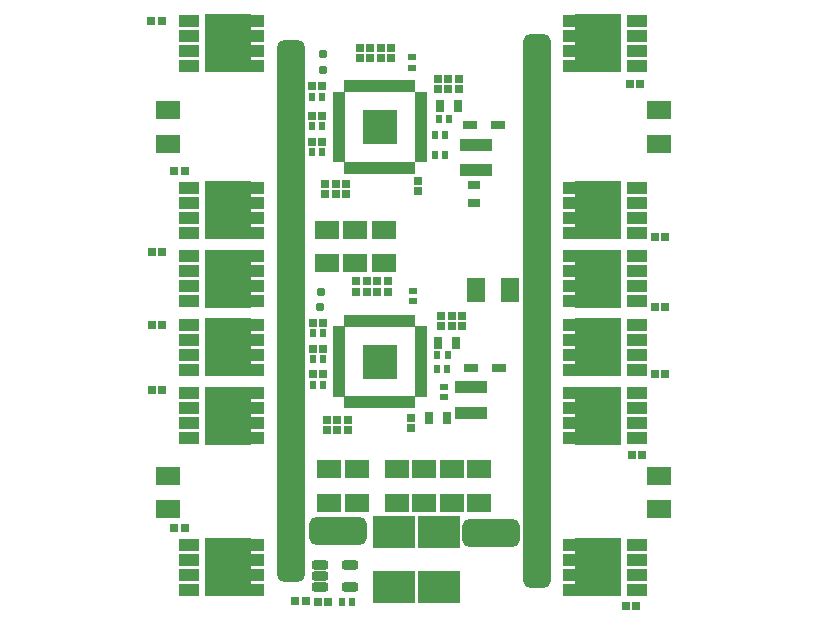
<source format=gbr>
%TF.GenerationSoftware,Altium Limited,Altium Designer,20.2.3 (150)*%
G04 Layer_Color=16711935*
%FSLAX26Y26*%
%MOIN*%
%TF.SameCoordinates,1E0D65CC-F0FE-4DFC-A0D5-6D9DD74121E6*%
%TF.FilePolarity,Negative*%
%TF.FileFunction,Soldermask,Bot*%
%TF.Part,Single*%
G01*
G75*
%TA.AperFunction,SMDPad,CuDef*%
%ADD28R,0.106000X0.039000*%
%ADD59R,0.041465X0.019811*%
%ADD60R,0.019811X0.041465*%
%ADD61R,0.114299X0.114299*%
%TA.AperFunction,SMDPad,SMDef*%
G04:AMPARAMS|DCode=62|XSize=25.496mil|YSize=25.496mil|CornerRadius=4.874mil|HoleSize=0mil|Usage=FLASHONLY|Rotation=90.000|XOffset=0mil|YOffset=0mil|HoleType=Round|Shape=RoundedRectangle|*
%AMROUNDEDRECTD62*
21,1,0.025496,0.015748,0,0,90.0*
21,1,0.015748,0.025496,0,0,90.0*
1,1,0.009748,0.007874,0.007874*
1,1,0.009748,0.007874,-0.007874*
1,1,0.009748,-0.007874,-0.007874*
1,1,0.009748,-0.007874,0.007874*
%
%ADD62ROUNDEDRECTD62*%
G04:AMPARAMS|DCode=63|XSize=92.425mil|YSize=190.85mil|CornerRadius=21.606mil|HoleSize=0mil|Usage=FLASHONLY|Rotation=270.000|XOffset=0mil|YOffset=0mil|HoleType=Round|Shape=RoundedRectangle|*
%AMROUNDEDRECTD63*
21,1,0.092425,0.147638,0,0,270.0*
21,1,0.049213,0.190850,0,0,270.0*
1,1,0.043213,-0.073819,-0.024606*
1,1,0.043213,-0.073819,0.024606*
1,1,0.043213,0.073819,0.024606*
1,1,0.043213,0.073819,-0.024606*
%
%ADD63ROUNDEDRECTD63*%
%TA.AperFunction,SMDPad,CuDef*%
%ADD64R,0.083197X0.061937*%
%ADD65R,0.061937X0.083197*%
%ADD66R,0.024000X0.031622*%
%ADD67R,0.049339X0.027685*%
%ADD68R,0.044614X0.028000*%
%ADD69R,0.031622X0.024000*%
%ADD70R,0.031622X0.029260*%
%ADD71R,0.028000X0.044614*%
%ADD72R,0.029260X0.031622*%
%ADD73R,0.155638X0.193039*%
%ADD74R,0.049339X0.041465*%
%ADD75R,0.065087X0.041465*%
%TA.AperFunction,SMDPad,SMDef*%
G04:AMPARAMS|DCode=76|XSize=92.425mil|YSize=1844.394mil|CornerRadius=21.606mil|HoleSize=0mil|Usage=FLASHONLY|Rotation=0.000|XOffset=0mil|YOffset=0mil|HoleType=Round|Shape=RoundedRectangle|*
%AMROUNDEDRECTD76*
21,1,0.092425,1.801181,0,0,0.0*
21,1,0.049213,1.844394,0,0,0.0*
1,1,0.043213,0.024606,-0.900591*
1,1,0.043213,-0.024606,-0.900591*
1,1,0.043213,-0.024606,0.900591*
1,1,0.043213,0.024606,0.900591*
%
%ADD76ROUNDEDRECTD76*%
%TA.AperFunction,SMDPad,CuDef*%
G04:AMPARAMS|DCode=77|XSize=55.638mil|YSize=31.228mil|CornerRadius=9.807mil|HoleSize=0mil|Usage=FLASHONLY|Rotation=0.000|XOffset=0mil|YOffset=0mil|HoleType=Round|Shape=RoundedRectangle|*
%AMROUNDEDRECTD77*
21,1,0.055638,0.011614,0,0,0.0*
21,1,0.036024,0.031228,0,0,0.0*
1,1,0.019614,0.018012,-0.005807*
1,1,0.019614,-0.018012,-0.005807*
1,1,0.019614,-0.018012,0.005807*
1,1,0.019614,0.018012,0.005807*
%
%ADD77ROUNDEDRECTD77*%
%TA.AperFunction,SMDPad,SMDef*%
G04:AMPARAMS|DCode=78|XSize=92.425mil|YSize=1805.024mil|CornerRadius=21.606mil|HoleSize=0mil|Usage=FLASHONLY|Rotation=0.000|XOffset=0mil|YOffset=0mil|HoleType=Round|Shape=RoundedRectangle|*
%AMROUNDEDRECTD78*
21,1,0.092425,1.761811,0,0,0.0*
21,1,0.049213,1.805024,0,0,0.0*
1,1,0.043213,0.024606,-0.880905*
1,1,0.043213,-0.024606,-0.880905*
1,1,0.043213,-0.024606,0.880905*
1,1,0.043213,0.024606,0.880905*
%
%ADD78ROUNDEDRECTD78*%
%TA.AperFunction,SMDPad,CuDef*%
%ADD79R,0.144220X0.109575*%
D28*
X1378000Y1650000D02*
D03*
Y1736000D02*
D03*
X1362000Y842000D02*
D03*
Y928000D02*
D03*
D59*
X1192827Y1121268D02*
D03*
Y1101583D02*
D03*
Y1081898D02*
D03*
Y1062213D02*
D03*
Y1042528D02*
D03*
Y1022842D02*
D03*
Y1003158D02*
D03*
Y983472D02*
D03*
Y963787D02*
D03*
Y944102D02*
D03*
Y924417D02*
D03*
Y904732D02*
D03*
X921173D02*
D03*
Y924417D02*
D03*
Y944102D02*
D03*
Y963787D02*
D03*
Y983472D02*
D03*
Y1003158D02*
D03*
Y1022842D02*
D03*
Y1042528D02*
D03*
Y1062213D02*
D03*
Y1081898D02*
D03*
Y1101583D02*
D03*
Y1121268D02*
D03*
Y1903094D02*
D03*
Y1883409D02*
D03*
Y1863724D02*
D03*
Y1844039D02*
D03*
Y1824354D02*
D03*
Y1804669D02*
D03*
Y1784984D02*
D03*
Y1765299D02*
D03*
Y1745614D02*
D03*
Y1725929D02*
D03*
Y1706244D02*
D03*
Y1686559D02*
D03*
X1192827D02*
D03*
Y1706244D02*
D03*
Y1725929D02*
D03*
Y1745614D02*
D03*
Y1765299D02*
D03*
Y1784984D02*
D03*
Y1804669D02*
D03*
Y1824354D02*
D03*
Y1844039D02*
D03*
Y1863724D02*
D03*
Y1883409D02*
D03*
Y1903094D02*
D03*
D60*
X1165268Y877173D02*
D03*
X1145583D02*
D03*
X1125898D02*
D03*
X1106213D02*
D03*
X1086528D02*
D03*
X1066842D02*
D03*
X1047158D02*
D03*
X1027472D02*
D03*
X1007787D02*
D03*
X988102D02*
D03*
X968417D02*
D03*
X948732D02*
D03*
Y1148827D02*
D03*
X968417D02*
D03*
X988102D02*
D03*
X1007787D02*
D03*
X1027472D02*
D03*
X1047158D02*
D03*
X1066842D02*
D03*
X1086528D02*
D03*
X1106213D02*
D03*
X1125898D02*
D03*
X1145583D02*
D03*
X1165268D02*
D03*
Y1930654D02*
D03*
X1145583D02*
D03*
X1125898D02*
D03*
X1106213D02*
D03*
X1086528D02*
D03*
X1066842D02*
D03*
X1047158D02*
D03*
X1027472D02*
D03*
X1007787D02*
D03*
X988102D02*
D03*
X968417D02*
D03*
X948732D02*
D03*
Y1659000D02*
D03*
X968417D02*
D03*
X988102D02*
D03*
X1007787D02*
D03*
X1027472D02*
D03*
X1047158D02*
D03*
X1066842D02*
D03*
X1086528D02*
D03*
X1106213D02*
D03*
X1125898D02*
D03*
X1145583D02*
D03*
X1165268D02*
D03*
D61*
X1057000Y1013000D02*
D03*
Y1794827D02*
D03*
D62*
X858000Y1196000D02*
D03*
X861000Y1246000D02*
D03*
X869000Y2037000D02*
D03*
X867000Y1986000D02*
D03*
D63*
X1427000Y441000D02*
D03*
X916000Y447000D02*
D03*
D64*
X1071000Y1340055D02*
D03*
Y1451945D02*
D03*
X887000Y653945D02*
D03*
Y542055D02*
D03*
X975000Y1340055D02*
D03*
Y1451945D02*
D03*
X881000Y1340055D02*
D03*
Y1451945D02*
D03*
X980000Y653945D02*
D03*
Y542055D02*
D03*
X1114000Y653945D02*
D03*
Y542055D02*
D03*
X1205000Y653945D02*
D03*
Y542055D02*
D03*
X1299000Y653945D02*
D03*
Y542055D02*
D03*
X1387000Y653945D02*
D03*
Y542055D02*
D03*
X351000Y1849945D02*
D03*
Y1738055D02*
D03*
X1987000Y1849945D02*
D03*
Y1738055D02*
D03*
Y632945D02*
D03*
Y521055D02*
D03*
X351000Y632945D02*
D03*
Y521055D02*
D03*
D65*
X1379055Y1251000D02*
D03*
X1490945D02*
D03*
D66*
X1239992Y1702000D02*
D03*
X1274008D02*
D03*
X1254992Y1822000D02*
D03*
X1289008D02*
D03*
X1239992Y1769000D02*
D03*
X1274008D02*
D03*
X865008Y1711000D02*
D03*
X830992D02*
D03*
X865008Y1798000D02*
D03*
X830992D02*
D03*
X865008Y1895000D02*
D03*
X830992D02*
D03*
X1248992Y1036000D02*
D03*
X1283008D02*
D03*
X1247992Y988000D02*
D03*
X1282008D02*
D03*
X867008Y935000D02*
D03*
X832992D02*
D03*
X867008Y1021000D02*
D03*
X832992D02*
D03*
X867008Y1107000D02*
D03*
X832992D02*
D03*
X930992Y213000D02*
D03*
X965008D02*
D03*
D67*
X1449653Y1800000D02*
D03*
X1356347D02*
D03*
X1455653Y993000D02*
D03*
X1362347D02*
D03*
D68*
X1371000Y1540685D02*
D03*
Y1601315D02*
D03*
D69*
X1165000Y1992992D02*
D03*
Y2027008D02*
D03*
X1270000Y929008D02*
D03*
Y894992D02*
D03*
X1167000Y1214992D02*
D03*
Y1249008D02*
D03*
D70*
X1185000Y1614008D02*
D03*
Y1579992D02*
D03*
X990000Y2023992D02*
D03*
Y2058008D02*
D03*
X910000Y1571984D02*
D03*
Y1606000D02*
D03*
X875000D02*
D03*
Y1571984D02*
D03*
X945000D02*
D03*
Y1606000D02*
D03*
X1320000Y1955008D02*
D03*
Y1920992D02*
D03*
X1285000D02*
D03*
Y1955008D02*
D03*
X1250000Y1920992D02*
D03*
Y1955008D02*
D03*
X1025000Y2023992D02*
D03*
Y2058008D02*
D03*
X1060000D02*
D03*
Y2023992D02*
D03*
X1095000Y2058008D02*
D03*
Y2023992D02*
D03*
X950000Y783992D02*
D03*
Y818008D02*
D03*
X915000Y783984D02*
D03*
Y818000D02*
D03*
X880000Y818008D02*
D03*
Y783992D02*
D03*
X1331000Y1166016D02*
D03*
Y1132000D02*
D03*
X1261000Y1131992D02*
D03*
Y1166008D02*
D03*
X1296000Y1131992D02*
D03*
Y1166008D02*
D03*
X1084000Y1280008D02*
D03*
Y1245992D02*
D03*
X1049000Y1280008D02*
D03*
Y1245992D02*
D03*
X1014000D02*
D03*
Y1280008D02*
D03*
X979000Y1245992D02*
D03*
Y1280008D02*
D03*
X1161000Y826008D02*
D03*
Y791992D02*
D03*
D71*
X1317315Y1864000D02*
D03*
X1256685D02*
D03*
X1249685Y1075000D02*
D03*
X1310315D02*
D03*
X1220685Y825000D02*
D03*
X1281315D02*
D03*
D72*
X865008Y1746000D02*
D03*
X830992D02*
D03*
X865008Y1833000D02*
D03*
X830992D02*
D03*
X865008Y1930000D02*
D03*
X830992D02*
D03*
X297992Y1378000D02*
D03*
X332008D02*
D03*
X406008Y1648000D02*
D03*
X371992D02*
D03*
X295992Y2148000D02*
D03*
X330008D02*
D03*
X2008008Y1196000D02*
D03*
X1973992D02*
D03*
X2008008Y1428000D02*
D03*
X1973992D02*
D03*
X1889992Y1939000D02*
D03*
X1924008D02*
D03*
X406008Y457000D02*
D03*
X371992D02*
D03*
X296992Y917000D02*
D03*
X331008D02*
D03*
X296992Y1136000D02*
D03*
X331008D02*
D03*
X867008Y1056000D02*
D03*
X832992D02*
D03*
X867008Y1142000D02*
D03*
X832992D02*
D03*
X867016Y970000D02*
D03*
X833000D02*
D03*
X1911008Y197000D02*
D03*
X1876992D02*
D03*
X1932008Y702000D02*
D03*
X1897992D02*
D03*
X1973992Y970000D02*
D03*
X2008008D02*
D03*
X775992Y216000D02*
D03*
X810008D02*
D03*
X850992Y210000D02*
D03*
X885008D02*
D03*
D73*
X551922Y1289000D02*
D03*
Y1517000D02*
D03*
Y2074000D02*
D03*
X1785347Y1289000D02*
D03*
Y1517000D02*
D03*
Y2074000D02*
D03*
X552000Y1061000D02*
D03*
X551922Y832000D02*
D03*
Y327000D02*
D03*
X1784347Y832000D02*
D03*
X1785347Y1061000D02*
D03*
X1784347Y327000D02*
D03*
D74*
X646410Y1442000D02*
D03*
Y1492000D02*
D03*
Y1542000D02*
D03*
Y1592000D02*
D03*
Y1214000D02*
D03*
Y1264000D02*
D03*
Y1314000D02*
D03*
Y1364000D02*
D03*
Y1999000D02*
D03*
Y2049000D02*
D03*
Y2099000D02*
D03*
Y2149000D02*
D03*
X1690858Y1364000D02*
D03*
Y1314000D02*
D03*
Y1264000D02*
D03*
Y1214000D02*
D03*
Y1592000D02*
D03*
Y1542000D02*
D03*
Y1492000D02*
D03*
Y1442000D02*
D03*
Y2149000D02*
D03*
Y2099000D02*
D03*
Y2049000D02*
D03*
Y1999000D02*
D03*
X646488Y986000D02*
D03*
Y1036000D02*
D03*
Y1086000D02*
D03*
Y1136000D02*
D03*
X646410Y757000D02*
D03*
Y807000D02*
D03*
Y857000D02*
D03*
Y907000D02*
D03*
Y252000D02*
D03*
Y302000D02*
D03*
Y352000D02*
D03*
Y402000D02*
D03*
X1689858Y757000D02*
D03*
Y807000D02*
D03*
Y857000D02*
D03*
Y907000D02*
D03*
X1690858Y986000D02*
D03*
Y1036000D02*
D03*
Y1086000D02*
D03*
Y1136000D02*
D03*
X1689858Y252000D02*
D03*
Y302000D02*
D03*
Y352000D02*
D03*
Y402000D02*
D03*
D75*
X422000Y1592000D02*
D03*
Y1542000D02*
D03*
Y1492000D02*
D03*
Y1442000D02*
D03*
Y1364000D02*
D03*
Y1314000D02*
D03*
Y1264000D02*
D03*
Y1214000D02*
D03*
Y2149000D02*
D03*
Y2099000D02*
D03*
Y2049000D02*
D03*
Y1999000D02*
D03*
X1915268Y1214000D02*
D03*
Y1264000D02*
D03*
Y1314000D02*
D03*
Y1364000D02*
D03*
Y1442000D02*
D03*
Y1492000D02*
D03*
Y1542000D02*
D03*
Y1592000D02*
D03*
Y1999000D02*
D03*
Y2049000D02*
D03*
Y2099000D02*
D03*
Y2149000D02*
D03*
X422079Y1136000D02*
D03*
Y1086000D02*
D03*
Y1036000D02*
D03*
Y986000D02*
D03*
X422000Y907000D02*
D03*
Y857000D02*
D03*
Y807000D02*
D03*
Y757000D02*
D03*
Y402000D02*
D03*
Y352000D02*
D03*
Y302000D02*
D03*
Y252000D02*
D03*
X1914268Y907000D02*
D03*
Y857000D02*
D03*
Y807000D02*
D03*
Y757000D02*
D03*
X1915268Y1136000D02*
D03*
Y1086000D02*
D03*
Y1036000D02*
D03*
Y986000D02*
D03*
X1914268Y402000D02*
D03*
Y352000D02*
D03*
Y302000D02*
D03*
Y252000D02*
D03*
D76*
X1580000Y1181102D02*
D03*
D77*
X858591Y261598D02*
D03*
Y299000D02*
D03*
Y336402D02*
D03*
X957409D02*
D03*
Y261598D02*
D03*
D78*
X760000Y1181102D02*
D03*
D79*
X1254000Y260819D02*
D03*
Y443181D02*
D03*
X1104000Y260819D02*
D03*
Y443181D02*
D03*
%TF.MD5,69b429cab3c8d831123d7c304f40762b*%
M02*

</source>
